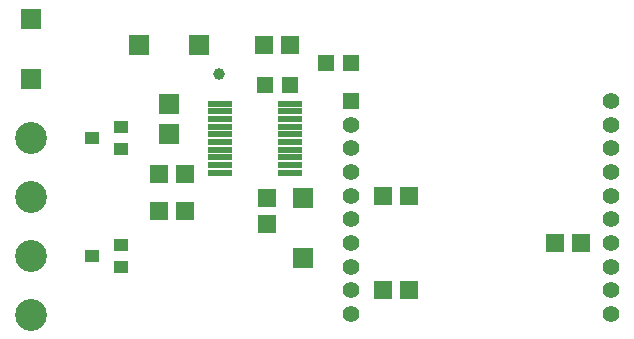
<source format=gbs>
%FSLAX44Y44*%
%MOMM*%
G71*
G01*
G75*
G04 Layer_Color=16711935*
%ADD10C,0.2000*%
%ADD11C,0.3000*%
%ADD12R,1.6000X1.6000*%
%ADD13C,2.5000*%
%ADD14R,1.2000X1.2000*%
%ADD15C,1.2000*%
%ADD16R,1.6000X1.6000*%
%ADD17C,0.8000*%
%ADD18R,1.0000X0.8500*%
%ADD19R,1.0000X0.8500*%
%ADD20R,1.3000X1.3000*%
%ADD21R,1.2700X1.2700*%
%ADD22R,1.8000X0.4000*%
%ADD23R,1.3000X1.3000*%
%ADD24C,0.1000*%
%ADD25C,0.5000*%
%ADD26R,1.8000X1.8000*%
%ADD27C,2.7000*%
%ADD28R,1.4000X1.4000*%
%ADD29C,1.4000*%
%ADD30R,1.8000X1.8000*%
%ADD31C,1.0000*%
%ADD32R,1.2000X1.0500*%
%ADD33R,1.2000X1.0500*%
%ADD34R,1.5000X1.5000*%
%ADD35R,1.4700X1.4700*%
%ADD36R,2.0000X0.6000*%
%ADD37R,1.5000X1.5000*%
D26*
X38000Y225000D02*
D03*
Y275800D02*
D03*
D27*
Y75000D02*
D03*
Y25000D02*
D03*
Y175000D02*
D03*
Y125000D02*
D03*
D28*
X309000Y206000D02*
D03*
D29*
Y186000D02*
D03*
Y166000D02*
D03*
Y146000D02*
D03*
Y126000D02*
D03*
Y106000D02*
D03*
Y86000D02*
D03*
Y66000D02*
D03*
Y46000D02*
D03*
Y26000D02*
D03*
X529000D02*
D03*
Y46000D02*
D03*
Y66000D02*
D03*
Y86000D02*
D03*
Y106000D02*
D03*
Y126000D02*
D03*
Y146000D02*
D03*
Y166000D02*
D03*
Y186000D02*
D03*
Y206000D02*
D03*
D30*
X155000Y178000D02*
D03*
Y203400D02*
D03*
X180000Y254000D02*
D03*
X129200D02*
D03*
X268000Y73200D02*
D03*
Y124000D02*
D03*
D31*
X197000Y229000D02*
D03*
D32*
X114000Y184500D02*
D03*
X90000Y175000D02*
D03*
X114000Y84500D02*
D03*
X90000Y75000D02*
D03*
D33*
X114000Y165500D02*
D03*
Y65500D02*
D03*
D34*
X146000Y113000D02*
D03*
X168000D02*
D03*
X146000Y144000D02*
D03*
X168000D02*
D03*
X358000Y126000D02*
D03*
X336000D02*
D03*
X504000Y86000D02*
D03*
X482000D02*
D03*
X358000Y46000D02*
D03*
X336000D02*
D03*
X257000Y254000D02*
D03*
X235000D02*
D03*
D35*
X287664Y238000D02*
D03*
X309000D02*
D03*
X235664Y220000D02*
D03*
X257000D02*
D03*
D36*
Y204000D02*
D03*
Y197500D02*
D03*
Y191000D02*
D03*
Y184500D02*
D03*
Y178000D02*
D03*
Y171500D02*
D03*
Y165000D02*
D03*
Y158500D02*
D03*
Y152000D02*
D03*
Y145500D02*
D03*
X197600D02*
D03*
Y152000D02*
D03*
Y158500D02*
D03*
Y165000D02*
D03*
Y171500D02*
D03*
Y178000D02*
D03*
Y184500D02*
D03*
Y191000D02*
D03*
Y197500D02*
D03*
Y204000D02*
D03*
D37*
X238000Y102000D02*
D03*
Y124000D02*
D03*
M02*

</source>
